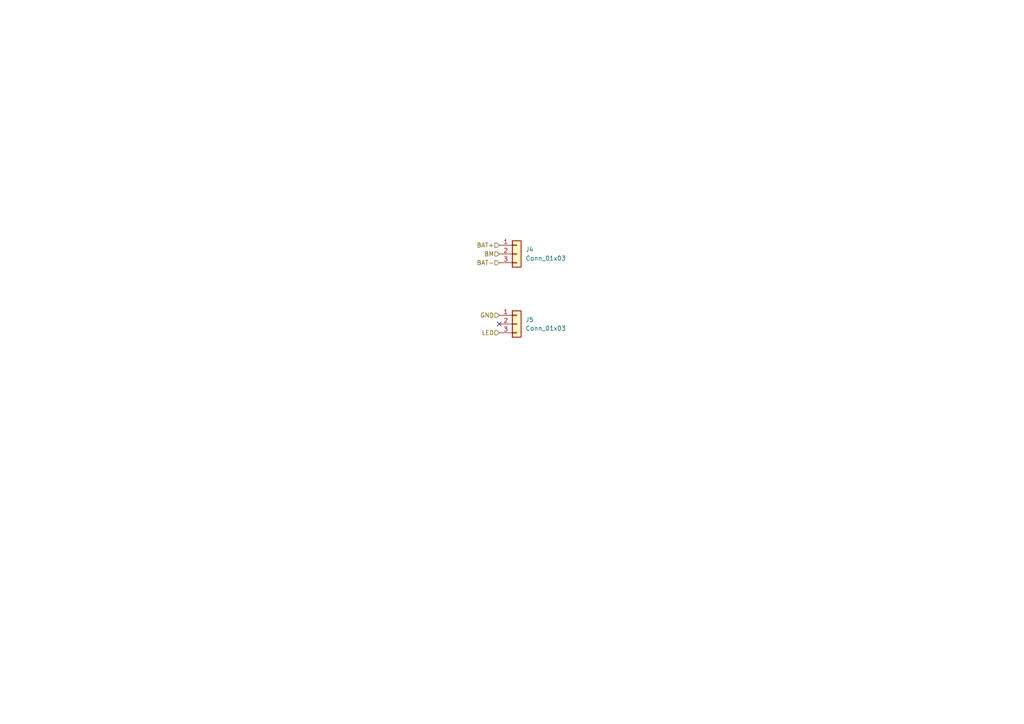
<source format=kicad_sch>
(kicad_sch (version 20231120) (generator "eeschema") (generator_version "8.0")
  (paper "A4")
  (lib_symbols
    (symbol "Connector_Generic:Conn_01x03" (pin_names (offset 1.016) hide)
      (property "Reference" "J" (at 0 5.08 0))
      (property "Value" "Conn_01x03" (at 0 -5.08 0))
      (symbol "Conn_01x03_1_1"
        (rectangle (start -1.27 -2.413) (end 0 -2.667) (stroke (width 0.1524)))
        (rectangle (start -1.27 0.127) (end 0 -0.127) (stroke (width 0.1524)))
        (rectangle (start -1.27 2.667) (end 0 2.413) (stroke (width 0.1524)))
        (rectangle (start -1.27 3.81) (end 1.27 -3.81) (stroke (width 0.254)) (fill (type background)))
        (pin passive line (at -5.08 2.54 0) (length 3.81) (name "Pin_1") (number "1"))
        (pin passive line (at -5.08 0 0) (length 3.81) (name "Pin_2") (number "2"))
        (pin passive line (at -5.08 -2.54 0) (length 3.81) (name "Pin_3") (number "3"))
      )
    )
  )
  (no_connect (at 144.78 93.98))
  (hierarchical_label "LED" (shape input) (at 144.78 96.52 180))
  (hierarchical_label "BM" (shape input) (at 144.78 73.66 180))
  (hierarchical_label "GND" (shape input) (at 144.78 91.44 180))
  (hierarchical_label "BAT+" (shape input) (at 144.78 71.12 180))
  (hierarchical_label "BAT-" (shape input) (at 144.78 76.2 180))
  (symbol (lib_id "Connector_Generic:Conn_01x03") (at 149.86 73.66 0) (unit 1)
    (property "Reference" "J4" (at 152.4 72.3899 0) (effects (justify left)))
    (property "Value" "Conn_01x03" (at 152.4 74.9299 0) (effects (justify left)))
    (property "Description" "Generic connector, single row, 01x03, script generated (kicad-library-utils/schlib/autogen/connector/)" (effects (hide yes)))
  )
  (symbol (lib_id "Connector_Generic:Conn_01x03") (at 149.86 93.98 0) (unit 1)
    (property "Reference" "J5" (at 152.4 92.7099 0) (effects (justify left)))
    (property "Value" "Conn_01x03" (at 152.4 95.2499 0) (effects (justify left)))
    (property "Description" "Generic connector, single row, 01x03, script generated (kicad-library-utils/schlib/autogen/connector/)" (effects (hide yes)))
  )
)
</source>
